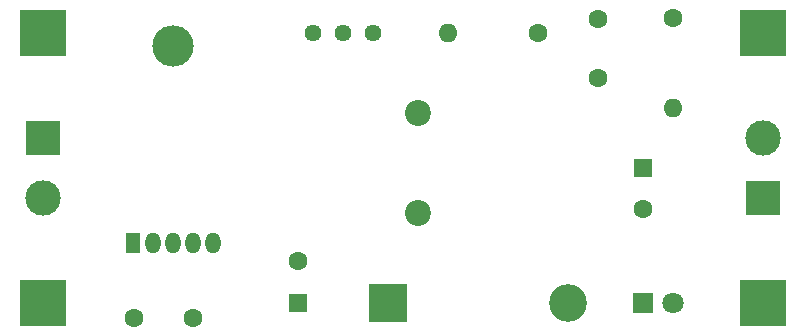
<source format=gbr>
%TF.GenerationSoftware,KiCad,Pcbnew,(5.1.10)-1*%
%TF.CreationDate,2021-09-01T14:56:24+02:00*%
%TF.ProjectId,Souvenir tesi,536f7576-656e-4697-9220-746573692e6b,rev?*%
%TF.SameCoordinates,Original*%
%TF.FileFunction,Soldermask,Bot*%
%TF.FilePolarity,Negative*%
%FSLAX46Y46*%
G04 Gerber Fmt 4.6, Leading zero omitted, Abs format (unit mm)*
G04 Created by KiCad (PCBNEW (5.1.10)-1) date 2021-09-01 14:56:24*
%MOMM*%
%LPD*%
G01*
G04 APERTURE LIST*
%ADD10C,1.600000*%
%ADD11R,1.600000X1.600000*%
%ADD12R,3.200000X3.200000*%
%ADD13O,3.200000X3.200000*%
%ADD14R,1.800000X1.800000*%
%ADD15C,1.800000*%
%ADD16C,2.200000*%
%ADD17O,1.600000X1.600000*%
%ADD18C,1.440000*%
%ADD19O,3.500000X3.500000*%
%ADD20R,1.275000X1.800000*%
%ADD21O,1.275000X1.800000*%
%ADD22R,3.000000X3.000000*%
%ADD23C,3.000000*%
%ADD24R,4.000000X4.000000*%
G04 APERTURE END LIST*
D10*
%TO.C,C4*%
X151130000Y-105410000D03*
X151130000Y-100410000D03*
%TD*%
D11*
%TO.C,C1*%
X125730000Y-124460000D03*
D10*
X125730000Y-120960000D03*
%TD*%
%TO.C,C2*%
X154940000Y-116530000D03*
D11*
X154940000Y-113030000D03*
%TD*%
D10*
%TO.C,C3*%
X116840000Y-125730000D03*
X111840000Y-125730000D03*
%TD*%
D12*
%TO.C,D1*%
X133350000Y-124460000D03*
D13*
X148590000Y-124460000D03*
%TD*%
D14*
%TO.C,D2*%
X154940000Y-124460000D03*
D15*
X157480000Y-124460000D03*
%TD*%
D16*
%TO.C,L1*%
X135890000Y-116840000D03*
X135890000Y-108440000D03*
%TD*%
D17*
%TO.C,R1*%
X157480000Y-107950000D03*
D10*
X157480000Y-100330000D03*
%TD*%
%TO.C,R2*%
X146050000Y-101600000D03*
D17*
X138430000Y-101600000D03*
%TD*%
D18*
%TO.C,ADJ*%
X132080000Y-101600000D03*
X129540000Y-101600000D03*
X127000000Y-101600000D03*
%TD*%
D19*
%TO.C,U1*%
X115160000Y-102720000D03*
D20*
X111760000Y-119380000D03*
D21*
X113460000Y-119380000D03*
X115160000Y-119380000D03*
X116860000Y-119380000D03*
X118560000Y-119380000D03*
%TD*%
D22*
%TO.C,J1*%
X104140000Y-110490000D03*
D23*
X104140000Y-115570000D03*
%TD*%
%TO.C,J2*%
X165100000Y-110490000D03*
D22*
X165100000Y-115570000D03*
%TD*%
D24*
%TO.C,IN+*%
X104140000Y-101600000D03*
%TD*%
%TO.C,OUT+*%
X165100000Y-101600000D03*
%TD*%
%TO.C,IN-*%
X104140000Y-124460000D03*
%TD*%
%TO.C,OUT-*%
X165100000Y-124460000D03*
%TD*%
M02*

</source>
